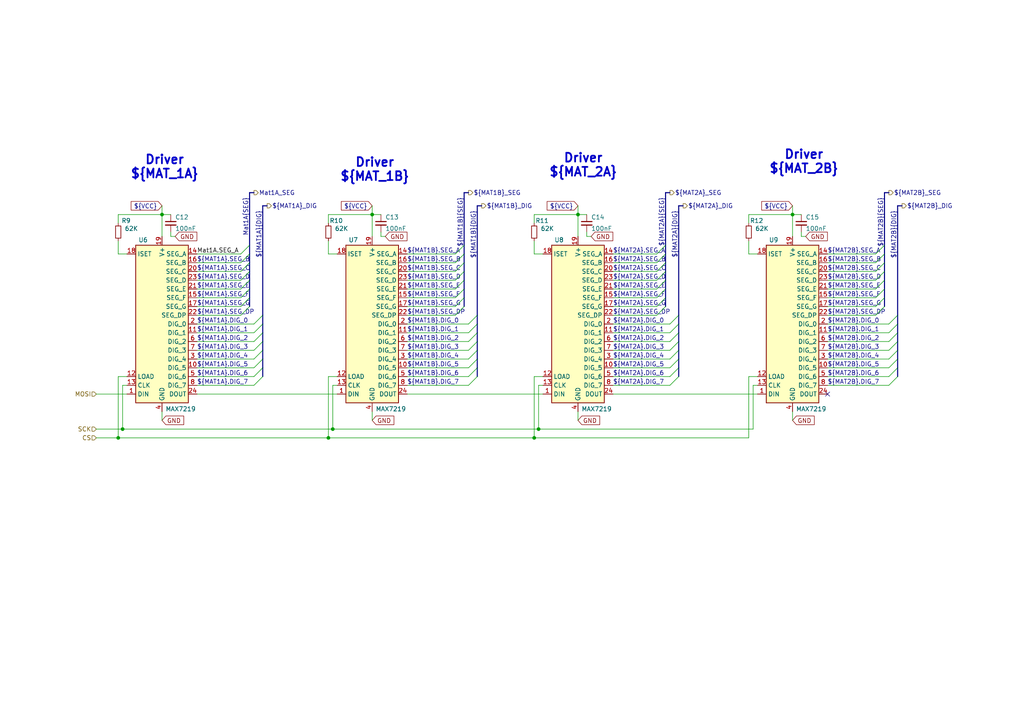
<source format=kicad_sch>
(kicad_sch (version 20250114) (generator "eeschema") (generator_version "9.0")
  (paper "A4")
  (title_block (title "Kitchen_Timer - ${SHEETNAME}") (date "2025-01-25") (rev "v01") (comment 2 "creativecommons.org/licences/4.0/") (comment 3 "Licence: CC BY 4.0") (comment 4 "Author: Nicolas Perozzi"))
  (lib_symbols
    (symbol "Device:C_Small" (pin_numbers (hide yes)) (pin_names (offset 0.254) (hide yes))
      (property "Reference" "C" (at 0.254 1.778 0))
      (property "Value" "C_Small" (at 0.254 -2.032 0))
      (symbol "C_Small_0_1"
        (polyline (pts (xy -1.524 0.508) (xy 1.524 0.508)) (stroke (width 0.3048)))
        (polyline (pts (xy -1.524 -0.508) (xy 1.524 -0.508)) (stroke (width 0.3302)))
      )
      (symbol "C_Small_1_1"
        (pin passive line (at 0 2.54 270) (length 2.032) (name "~") (number "1"))
        (pin passive line (at 0 -2.54 90) (length 2.032) (name "~") (number "2"))
      )
    )
    (symbol "Device:R_Small" (pin_numbers (hide yes)) (pin_names (offset 0.254) (hide yes))
      (property "Reference" "R" (at 0.762 0.508 0))
      (property "Value" "R_Small" (at 0.762 -1.016 0))
      (symbol "R_Small_0_1"
        (rectangle (start -0.762 1.778) (end 0.762 -1.778) (stroke (width 0.2032)))
      )
      (symbol "R_Small_1_1"
        (pin passive line (at 0 2.54 270) (length 0.762) (name "~") (number "1"))
        (pin passive line (at 0 -2.54 90) (length 0.762) (name "~") (number "2"))
      )
    )
    (symbol "Driver_LED:MAX7219"
      (property "Reference" "U" (at -6.35 24.13 0))
      (property "Value" "MAX7219" (at 1.27 25.4 0))
      (symbol "MAX7219_0_1"
        (rectangle (start -7.62 22.86) (end 7.62 -22.86) (stroke (width 0.254)) (fill (type background)))
      )
      (symbol "MAX7219_1_1"
        (pin input line (at -10.16 20.32 0) (length 2.54) (name "ISET") (number "18"))
        (pin input line (at -10.16 -15.24 0) (length 2.54) (name "LOAD") (number "12"))
        (pin input line (at -10.16 -17.78 0) (length 2.54) (name "CLK") (number "13"))
        (pin input line (at -10.16 -20.32 0) (length 2.54) (name "DIN") (number "1"))
        (pin power_in line (at 0 25.4 270) (length 2.54) (name "V+") (number "19"))
        (pin power_in line (at 0 -25.4 90) (length 2.54) (name "GND") (number "4"))
        (pin passive line (at 0 -25.4 90) (length 2.54) (hide yes) (name "GND") (number "9"))
        (pin output line (at 10.16 20.32 180) (length 2.54) (name "SEG_A") (number "14"))
        (pin output line (at 10.16 17.78 180) (length 2.54) (name "SEG_B") (number "16"))
        (pin output line (at 10.16 15.24 180) (length 2.54) (name "SEG_C") (number "20"))
        (pin output line (at 10.16 12.7 180) (length 2.54) (name "SEG_D") (number "23"))
        (pin output line (at 10.16 10.16 180) (length 2.54) (name "SEG_E") (number "21"))
        (pin output line (at 10.16 7.62 180) (length 2.54) (name "SEG_F") (number "15"))
        (pin output line (at 10.16 5.08 180) (length 2.54) (name "SEG_G") (number "17"))
        (pin output line (at 10.16 2.54 180) (length 2.54) (name "SEG_DP") (number "22"))
        (pin output line (at 10.16 0 180) (length 2.54) (name "DIG_0") (number "2"))
        (pin output line (at 10.16 -2.54 180) (length 2.54) (name "DIG_1") (number "11"))
        (pin output line (at 10.16 -5.08 180) (length 2.54) (name "DIG_2") (number "6"))
        (pin output line (at 10.16 -7.62 180) (length 2.54) (name "DIG_3") (number "7"))
        (pin output line (at 10.16 -10.16 180) (length 2.54) (name "DIG_4") (number "3"))
        (pin output line (at 10.16 -12.7 180) (length 2.54) (name "DIG_5") (number "10"))
        (pin output line (at 10.16 -15.24 180) (length 2.54) (name "DIG_6") (number "5"))
        (pin output line (at 10.16 -17.78 180) (length 2.54) (name "DIG_7") (number "8"))
        (pin output line (at 10.16 -20.32 180) (length 2.54) (name "DOUT") (number "24"))
      )
    )
  )
  (bus_alias "DIG" (members "DIG_0" "DIG_1" "DIG_2" "DIG_3" "DIG_4" "DIG_5" "DIG_6" "DIG_7"))
  (bus_alias "SEG" (members "SEG_DP" "SEG_A" "SEG_B" "SEG_C" "SEG_D" "SEG_E" "SEG_F" "SEG_G"))
  (text "Driver\n${MAT_2B}\n" (at 233.172 46.99 0) (effects (font (size 2.54 2.54) (thickness 0.508) (bold yes))))
  (text "Driver\n${MAT_1B}" (at 108.712 49.276 0) (effects (font (size 2.54 2.54) (thickness 0.508) (bold yes))))
  (text "${SHEETNAME}" (at 18.542 23.876 0) (effects (font (size 3.81 3.81) (thickness 0.762) (bold yes)) (justify left)))
  (text "Driver\n${MAT_1A}" (at 47.752 48.514 0) (effects (font (size 2.54 2.54) (thickness 0.508) (bold yes))))
  (text "Driver\n${MAT_2A}" (at 169.164 48.006 0) (effects (font (size 2.54 2.54) (thickness 0.508) (bold yes))))
  (junction (at 35.56 124.46))
  (junction (at 95.25 127))
  (junction (at 154.94 127))
  (junction (at 96.52 124.46))
  (junction (at 156.21 124.46))
  (junction (at 167.64 62.23))
  (junction (at 34.29 127))
  (junction (at 107.95 62.23))
  (junction (at 46.99 62.23))
  (junction (at 229.87 62.23))
  (no_connect (at 240.03 114.3))
  (bus_entry (at 76.2 99.06) (size -2.54 2.54))
  (bus_entry (at 196.85 106.68) (size -2.54 2.54))
  (bus_entry (at 76.2 106.68) (size -2.54 2.54))
  (bus_entry (at 76.2 104.14) (size -2.54 2.54))
  (bus_entry (at 72.39 78.74) (size -2.54 2.54))
  (bus_entry (at 134.62 83.82) (size -2.54 2.54))
  (bus_entry (at 72.39 83.82) (size -2.54 2.54))
  (bus_entry (at 72.39 73.66) (size -2.54 2.54))
  (bus_entry (at 72.39 76.2) (size -2.54 2.54))
  (bus_entry (at 134.62 78.74) (size -2.54 2.54))
  (bus_entry (at 76.2 93.98) (size -2.54 2.54))
  (bus_entry (at 256.54 88.9) (size -2.54 2.54))
  (bus_entry (at 260.35 93.98) (size -2.54 2.54))
  (bus_entry (at 72.39 88.9) (size -2.54 2.54))
  (bus_entry (at 196.85 109.22) (size -2.54 2.54))
  (bus_entry (at 256.54 73.66) (size -2.54 2.54))
  (bus_entry (at 256.54 86.36) (size -2.54 2.54))
  (bus_entry (at 260.35 96.52) (size -2.54 2.54))
  (bus_entry (at 260.35 91.44) (size -2.54 2.54))
  (bus_entry (at 138.43 96.52) (size -2.54 2.54))
  (bus_entry (at 193.04 76.2) (size -2.54 2.54))
  (bus_entry (at 134.62 71.12) (size -2.54 2.54))
  (bus_entry (at 138.43 91.44) (size -2.54 2.54))
  (bus_entry (at 138.43 93.98) (size -2.54 2.54))
  (bus_entry (at 193.04 88.9) (size -2.54 2.54))
  (bus_entry (at 193.04 78.74) (size -2.54 2.54))
  (bus_entry (at 260.35 104.14) (size -2.54 2.54))
  (bus_entry (at 193.04 81.28) (size -2.54 2.54))
  (bus_entry (at 256.54 83.82) (size -2.54 2.54))
  (bus_entry (at 138.43 106.68) (size -2.54 2.54))
  (bus_entry (at 256.54 81.28) (size -2.54 2.54))
  (bus_entry (at 256.54 71.12) (size -2.54 2.54))
  (bus_entry (at 134.62 76.2) (size -2.54 2.54))
  (bus_entry (at 138.43 104.14) (size -2.54 2.54))
  (bus_entry (at 134.62 88.9) (size -2.54 2.54))
  (bus_entry (at 260.35 99.06) (size -2.54 2.54))
  (bus_entry (at 134.62 81.28) (size -2.54 2.54))
  (bus_entry (at 134.62 86.36) (size -2.54 2.54))
  (bus_entry (at 138.43 101.6) (size -2.54 2.54))
  (bus_entry (at 138.43 109.22) (size -2.54 2.54))
  (bus_entry (at 193.04 86.36) (size -2.54 2.54))
  (bus_entry (at 260.35 106.68) (size -2.54 2.54))
  (bus_entry (at 134.62 73.66) (size -2.54 2.54))
  (bus_entry (at 193.04 71.12) (size -2.54 2.54))
  (bus_entry (at 196.85 93.98) (size -2.54 2.54))
  (bus_entry (at 72.39 86.36) (size -2.54 2.54))
  (bus_entry (at 76.2 109.22) (size -2.54 2.54))
  (bus_entry (at 193.04 73.66) (size -2.54 2.54))
  (bus_entry (at 256.54 78.74) (size -2.54 2.54))
  (bus_entry (at 196.85 96.52) (size -2.54 2.54))
  (bus_entry (at 196.85 101.6) (size -2.54 2.54))
  (bus_entry (at 76.2 101.6) (size -2.54 2.54))
  (bus_entry (at 260.35 101.6) (size -2.54 2.54))
  (bus_entry (at 196.85 99.06) (size -2.54 2.54))
  (bus_entry (at 260.35 109.22) (size -2.54 2.54))
  (bus_entry (at 76.2 91.44) (size -2.54 2.54))
  (bus_entry (at 196.85 91.44) (size -2.54 2.54))
  (bus_entry (at 193.04 83.82) (size -2.54 2.54))
  (bus_entry (at 72.39 81.28) (size -2.54 2.54))
  (bus_entry (at 196.85 104.14) (size -2.54 2.54))
  (bus_entry (at 76.2 96.52) (size -2.54 2.54))
  (bus_entry (at 72.39 71.12) (size -2.54 2.54))
  (bus_entry (at 138.43 99.06) (size -2.54 2.54))
  (bus_entry (at 256.54 76.2) (size -2.54 2.54))
  (wire (pts (xy 69.85 83.82) (xy 57.15 83.82)))
  (wire (pts (xy 190.5 83.82) (xy 177.8 83.82)))
  (bus (pts (xy 134.62 83.82) (xy 134.62 86.36)))
  (wire (pts (xy 232.41 68.58) (xy 233.68 68.58)))
  (wire (pts (xy 167.64 62.23) (xy 167.64 68.58)))
  (wire (pts (xy 217.17 62.23) (xy 229.87 62.23)))
  (wire (pts (xy 240.03 109.22) (xy 257.81 109.22)))
  (bus (pts (xy 193.04 86.36) (xy 193.04 88.9)))
  (wire (pts (xy 177.8 101.6) (xy 194.31 101.6)))
  (wire (pts (xy 156.21 111.76) (xy 156.21 124.46)))
  (bus (pts (xy 196.85 101.6) (xy 196.85 104.14)))
  (bus (pts (xy 260.35 104.14) (xy 260.35 106.68)))
  (wire (pts (xy 57.15 93.98) (xy 73.66 93.98)))
  (wire (pts (xy 57.15 91.44) (xy 69.85 91.44)))
  (wire (pts (xy 35.56 111.76) (xy 36.83 111.76)))
  (bus (pts (xy 256.54 76.2) (xy 256.54 78.74)))
  (wire (pts (xy 177.8 96.52) (xy 194.31 96.52)))
  (bus (pts (xy 134.62 78.74) (xy 134.62 81.28)))
  (bus (pts (xy 193.04 81.28) (xy 193.04 83.82)))
  (bus (pts (xy 196.85 91.44) (xy 196.85 93.98)))
  (bus (pts (xy 76.2 101.6) (xy 76.2 104.14)))
  (wire (pts (xy 69.85 76.2) (xy 57.15 76.2)))
  (wire (pts (xy 218.44 124.46) (xy 218.44 111.76)))
  (wire (pts (xy 95.25 127) (xy 95.25 109.22)))
  (wire (pts (xy 177.8 91.44) (xy 190.5 91.44)))
  (wire (pts (xy 254 73.66) (xy 240.03 73.66)))
  (bus (pts (xy 198.12 59.69) (xy 196.85 59.69)))
  (wire (pts (xy 217.17 127) (xy 217.17 109.22)))
  (wire (pts (xy 34.29 127) (xy 95.25 127)))
  (bus (pts (xy 138.43 91.44) (xy 138.43 93.98)))
  (wire (pts (xy 35.56 124.46) (xy 96.52 124.46)))
  (bus (pts (xy 261.62 59.69) (xy 260.35 59.69)))
  (wire (pts (xy 240.03 81.28) (xy 254 81.28)))
  (bus (pts (xy 76.2 93.98) (xy 76.2 96.52)))
  (bus (pts (xy 134.62 71.12) (xy 134.62 73.66)))
  (wire (pts (xy 177.8 93.98) (xy 194.31 93.98)))
  (wire (pts (xy 57.15 106.68) (xy 73.66 106.68)))
  (wire (pts (xy 240.03 88.9) (xy 254 88.9)))
  (wire (pts (xy 229.87 59.69) (xy 229.87 62.23)))
  (wire (pts (xy 240.03 104.14) (xy 257.81 104.14)))
  (wire (pts (xy 34.29 127) (xy 34.29 109.22)))
  (wire (pts (xy 107.95 62.23) (xy 107.95 68.58)))
  (wire (pts (xy 240.03 111.76) (xy 257.81 111.76)))
  (wire (pts (xy 96.52 111.76) (xy 97.79 111.76)))
  (wire (pts (xy 217.17 109.22) (xy 219.71 109.22)))
  (bus (pts (xy 76.2 59.69) (xy 76.2 91.44)))
  (bus (pts (xy 72.39 83.82) (xy 72.39 86.36)))
  (wire (pts (xy 57.15 96.52) (xy 73.66 96.52)))
  (wire (pts (xy 190.5 76.2) (xy 177.8 76.2)))
  (wire (pts (xy 27.94 127) (xy 34.29 127)))
  (wire (pts (xy 49.53 68.58) (xy 50.8 68.58)))
  (wire (pts (xy 118.11 96.52) (xy 135.89 96.52)))
  (bus (pts (xy 135.89 55.88) (xy 134.62 55.88)))
  (wire (pts (xy 254 76.2) (xy 240.03 76.2)))
  (wire (pts (xy 232.41 68.58) (xy 232.41 67.31)))
  (wire (pts (xy 107.95 59.69) (xy 107.95 62.23)))
  (wire (pts (xy 118.11 99.06) (xy 135.89 99.06)))
  (bus (pts (xy 72.39 55.88) (xy 72.39 71.12)))
  (wire (pts (xy 69.85 73.66) (xy 57.15 73.66)))
  (bus (pts (xy 77.47 59.69) (xy 76.2 59.69)))
  (wire (pts (xy 154.94 69.85) (xy 154.94 73.66)))
  (bus (pts (xy 138.43 104.14) (xy 138.43 106.68)))
  (wire (pts (xy 240.03 78.74) (xy 254 78.74)))
  (wire (pts (xy 177.8 99.06) (xy 194.31 99.06)))
  (wire (pts (xy 118.11 111.76) (xy 135.89 111.76)))
  (bus (pts (xy 139.7 59.69) (xy 138.43 59.69)))
  (bus (pts (xy 256.54 86.36) (xy 256.54 88.9)))
  (bus (pts (xy 193.04 73.66) (xy 193.04 76.2)))
  (bus (pts (xy 196.85 99.06) (xy 196.85 101.6)))
  (wire (pts (xy 57.15 78.74) (xy 69.85 78.74)))
  (wire (pts (xy 57.15 109.22) (xy 73.66 109.22)))
  (wire (pts (xy 57.15 101.6) (xy 73.66 101.6)))
  (wire (pts (xy 190.5 86.36) (xy 177.8 86.36)))
  (bus (pts (xy 256.54 55.88) (xy 256.54 71.12)))
  (wire (pts (xy 34.29 73.66) (xy 36.83 73.66)))
  (bus (pts (xy 193.04 83.82) (xy 193.04 86.36)))
  (bus (pts (xy 72.39 71.12) (xy 72.39 73.66)))
  (wire (pts (xy 57.15 114.3) (xy 97.79 114.3)))
  (bus (pts (xy 193.04 78.74) (xy 193.04 81.28)))
  (wire (pts (xy 57.15 104.14) (xy 73.66 104.14)))
  (bus (pts (xy 196.85 106.68) (xy 196.85 109.22)))
  (wire (pts (xy 190.5 73.66) (xy 177.8 73.66)))
  (wire (pts (xy 132.08 76.2) (xy 118.11 76.2)))
  (wire (pts (xy 154.94 62.23) (xy 167.64 62.23)))
  (bus (pts (xy 76.2 106.68) (xy 76.2 109.22)))
  (wire (pts (xy 118.11 78.74) (xy 132.08 78.74)))
  (wire (pts (xy 46.99 121.92) (xy 46.99 119.38)))
  (wire (pts (xy 229.87 119.38) (xy 229.87 121.92)))
  (wire (pts (xy 170.18 68.58) (xy 171.45 68.58)))
  (wire (pts (xy 118.11 106.68) (xy 135.89 106.68)))
  (wire (pts (xy 57.15 88.9) (xy 69.85 88.9)))
  (bus (pts (xy 260.35 91.44) (xy 260.35 93.98)))
  (wire (pts (xy 154.94 73.66) (xy 157.48 73.66)))
  (wire (pts (xy 240.03 96.52) (xy 257.81 96.52)))
  (wire (pts (xy 177.8 81.28) (xy 190.5 81.28)))
  (wire (pts (xy 34.29 62.23) (xy 46.99 62.23)))
  (bus (pts (xy 196.85 96.52) (xy 196.85 99.06)))
  (wire (pts (xy 177.8 78.74) (xy 190.5 78.74)))
  (wire (pts (xy 118.11 109.22) (xy 135.89 109.22)))
  (wire (pts (xy 34.29 62.23) (xy 34.29 64.77)))
  (wire (pts (xy 118.11 104.14) (xy 135.89 104.14)))
  (wire (pts (xy 154.94 109.22) (xy 154.94 127)))
  (bus (pts (xy 138.43 99.06) (xy 138.43 101.6)))
  (bus (pts (xy 134.62 86.36) (xy 134.62 88.9)))
  (wire (pts (xy 170.18 62.23) (xy 167.64 62.23)))
  (bus (pts (xy 260.35 59.69) (xy 260.35 91.44)))
  (bus (pts (xy 72.39 55.88) (xy 73.66 55.88)))
  (bus (pts (xy 138.43 93.98) (xy 138.43 96.52)))
  (bus (pts (xy 76.2 91.44) (xy 76.2 93.98)))
  (wire (pts (xy 34.29 69.85) (xy 34.29 73.66)))
  (wire (pts (xy 240.03 99.06) (xy 257.81 99.06)))
  (wire (pts (xy 34.29 109.22) (xy 36.83 109.22)))
  (bus (pts (xy 134.62 73.66) (xy 134.62 76.2)))
  (wire (pts (xy 229.87 62.23) (xy 229.87 68.58)))
  (bus (pts (xy 256.54 73.66) (xy 256.54 76.2)))
  (bus (pts (xy 76.2 99.06) (xy 76.2 101.6)))
  (wire (pts (xy 217.17 62.23) (xy 217.17 64.77)))
  (wire (pts (xy 118.11 91.44) (xy 132.08 91.44)))
  (wire (pts (xy 218.44 111.76) (xy 219.71 111.76)))
  (wire (pts (xy 49.53 62.23) (xy 46.99 62.23)))
  (wire (pts (xy 46.99 62.23) (xy 46.99 68.58)))
  (wire (pts (xy 118.11 88.9) (xy 132.08 88.9)))
  (bus (pts (xy 256.54 81.28) (xy 256.54 83.82)))
  (bus (pts (xy 193.04 71.12) (xy 193.04 73.66)))
  (wire (pts (xy 240.03 91.44) (xy 254 91.44)))
  (wire (pts (xy 27.94 124.46) (xy 35.56 124.46)))
  (bus (pts (xy 72.39 76.2) (xy 72.39 78.74)))
  (wire (pts (xy 240.03 93.98) (xy 257.81 93.98)))
  (wire (pts (xy 46.99 59.69) (xy 46.99 62.23)))
  (wire (pts (xy 107.95 119.38) (xy 107.95 121.92)))
  (wire (pts (xy 118.11 114.3) (xy 157.48 114.3)))
  (wire (pts (xy 27.94 114.3) (xy 36.83 114.3)))
  (bus (pts (xy 260.35 99.06) (xy 260.35 101.6)))
  (bus (pts (xy 256.54 83.82) (xy 256.54 86.36)))
  (wire (pts (xy 132.08 83.82) (xy 118.11 83.82)))
  (wire (pts (xy 254 83.82) (xy 240.03 83.82)))
  (wire (pts (xy 95.25 109.22) (xy 97.79 109.22)))
  (wire (pts (xy 95.25 73.66) (xy 97.79 73.66)))
  (bus (pts (xy 260.35 101.6) (xy 260.35 104.14)))
  (wire (pts (xy 110.49 68.58) (xy 110.49 67.31)))
  (wire (pts (xy 95.25 127) (xy 154.94 127)))
  (bus (pts (xy 256.54 71.12) (xy 256.54 73.66)))
  (wire (pts (xy 110.49 62.23) (xy 107.95 62.23)))
  (bus (pts (xy 72.39 73.66) (xy 72.39 76.2)))
  (bus (pts (xy 138.43 106.68) (xy 138.43 109.22)))
  (wire (pts (xy 95.25 69.85) (xy 95.25 73.66)))
  (wire (pts (xy 96.52 124.46) (xy 156.21 124.46)))
  (wire (pts (xy 177.8 109.22) (xy 194.31 109.22)))
  (wire (pts (xy 154.94 62.23) (xy 154.94 64.77)))
  (bus (pts (xy 260.35 106.68) (xy 260.35 109.22)))
  (bus (pts (xy 257.81 55.88) (xy 256.54 55.88)))
  (wire (pts (xy 69.85 86.36) (xy 57.15 86.36)))
  (wire (pts (xy 57.15 111.76) (xy 73.66 111.76)))
  (wire (pts (xy 154.94 127) (xy 217.17 127)))
  (bus (pts (xy 138.43 101.6) (xy 138.43 104.14)))
  (bus (pts (xy 134.62 76.2) (xy 134.62 78.74)))
  (wire (pts (xy 217.17 73.66) (xy 219.71 73.66)))
  (wire (pts (xy 177.8 111.76) (xy 194.31 111.76)))
  (bus (pts (xy 196.85 93.98) (xy 196.85 96.52)))
  (wire (pts (xy 95.25 62.23) (xy 107.95 62.23)))
  (wire (pts (xy 232.41 62.23) (xy 229.87 62.23)))
  (wire (pts (xy 177.8 106.68) (xy 194.31 106.68)))
  (wire (pts (xy 35.56 124.46) (xy 35.56 111.76)))
  (wire (pts (xy 156.21 124.46) (xy 218.44 124.46)))
  (bus (pts (xy 196.85 59.69) (xy 196.85 91.44)))
  (bus (pts (xy 194.31 55.88) (xy 193.04 55.88)))
  (bus (pts (xy 72.39 86.36) (xy 72.39 88.9)))
  (wire (pts (xy 132.08 86.36) (xy 118.11 86.36)))
  (bus (pts (xy 72.39 78.74) (xy 72.39 81.28)))
  (bus (pts (xy 193.04 76.2) (xy 193.04 78.74)))
  (wire (pts (xy 95.25 62.23) (xy 95.25 64.77)))
  (bus (pts (xy 134.62 55.88) (xy 134.62 71.12)))
  (bus (pts (xy 256.54 78.74) (xy 256.54 81.28)))
  (bus (pts (xy 72.39 81.28) (xy 72.39 83.82)))
  (bus (pts (xy 260.35 93.98) (xy 260.35 96.52)))
  (wire (pts (xy 177.8 88.9) (xy 190.5 88.9)))
  (bus (pts (xy 138.43 96.52) (xy 138.43 99.06)))
  (wire (pts (xy 154.94 109.22) (xy 157.48 109.22)))
  (wire (pts (xy 49.53 68.58) (xy 49.53 67.31)))
  (wire (pts (xy 170.18 68.58) (xy 170.18 67.31)))
  (wire (pts (xy 254 86.36) (xy 240.03 86.36)))
  (bus (pts (xy 76.2 104.14) (xy 76.2 106.68)))
  (wire (pts (xy 96.52 124.46) (xy 96.52 111.76)))
  (bus (pts (xy 260.35 96.52) (xy 260.35 99.06)))
  (wire (pts (xy 167.64 59.69) (xy 167.64 62.23)))
  (wire (pts (xy 240.03 106.68) (xy 257.81 106.68)))
  (wire (pts (xy 240.03 101.6) (xy 257.81 101.6)))
  (wire (pts (xy 217.17 69.85) (xy 217.17 73.66)))
  (bus (pts (xy 76.2 96.52) (xy 76.2 99.06)))
  (wire (pts (xy 118.11 81.28) (xy 132.08 81.28)))
  (wire (pts (xy 132.08 73.66) (xy 118.11 73.66)))
  (bus (pts (xy 138.43 59.69) (xy 138.43 91.44)))
  (wire (pts (xy 177.8 104.14) (xy 194.31 104.14)))
  (wire (pts (xy 156.21 111.76) (xy 157.48 111.76)))
  (bus (pts (xy 193.04 55.88) (xy 193.04 71.12)))
  (wire (pts (xy 118.11 93.98) (xy 135.89 93.98)))
  (wire (pts (xy 219.71 114.3) (xy 177.8 114.3)))
  (wire (pts (xy 118.11 101.6) (xy 135.89 101.6)))
  (wire (pts (xy 110.49 68.58) (xy 111.76 68.58)))
  (wire (pts (xy 167.64 119.38) (xy 167.64 121.92)))
  (wire (pts (xy 57.15 99.06) (xy 73.66 99.06)))
  (bus (pts (xy 196.85 104.14) (xy 196.85 106.68)))
  (bus (pts (xy 134.62 81.28) (xy 134.62 83.82)))
  (wire (pts (xy 57.15 81.28) (xy 69.85 81.28)))
  (label "${MAT1B}.DIG_7" (at 118.11 111.76 0))
  (label "${MAT2B}.DIG_7" (at 240.03 111.76 0))
  (label "${MAT1B}{SEG}" (at 134.62 57.15 270))
  (label "${MAT1B}.SEG_C" (at 118.11 78.74 0))
  (label "${MAT2B}.DIG_1" (at 240.03 96.52 0))
  (label "${MAT2A}.DIG_4" (at 177.8 104.14 0))
  (label "${MAT1B}.DIG_6" (at 118.11 109.22 0))
  (label "Mat1A{SEG}" (at 72.39 57.15 270))
  (label "${MAT1B}.DIG_1" (at 118.11 96.52 0))
  (label "${MAT2A}.SEG_E" (at 177.8 83.82 0))
  (label "${MAT2B}.DIG_3" (at 240.03 101.6 0))
  (label "${MAT1A}.DIG_1" (at 57.15 96.52 0))
  (label "${MAT2B}.SEG_G" (at 240.03 88.9 0))
  (label "${MAT1A}.DIG_0" (at 57.15 93.98 0))
  (label "${MAT1A}.DIG_2" (at 57.15 99.06 0))
  (label "${MAT2A}.DIG_6" (at 177.8 109.22 0))
  (label "${MAT2A}.DIG_3" (at 177.8 101.6 0))
  (label "${MAT2A}.DIG_2" (at 177.8 99.06 0))
  (label "${MAT2B}.DIG_5" (at 240.03 106.68 0))
  (label "${MAT2A}.DIG_5" (at 177.8 106.68 0))
  (label "${MAT2A}.SEG_F" (at 177.8 86.36 0))
  (label "${MAT2B}.SEG_F" (at 240.03 86.36 0))
  (label "${MAT1A}.DIG_7" (at 57.15 111.76 0))
  (label "${MAT2B}{DIG}" (at 260.35 60.96 270))
  (label "${MAT1B}.SEG_G" (at 118.11 88.9 0))
  (label "${MAT1A}.SEG_D" (at 57.15 81.28 0))
  (label "${MAT1A}.DIG_5" (at 57.15 106.68 0))
  (label "${MAT2A}.DIG_1" (at 177.8 96.52 0))
  (label "${MAT1A}.DIG_3" (at 57.15 101.6 0))
  (label "${MAT1B}.SEG_E" (at 118.11 83.82 0))
  (label "${MAT2B}.SEG_E" (at 240.03 83.82 0))
  (label "${MAT2A}.DIG_0" (at 177.8 93.98 0))
  (label "${MAT2B}.SEG_DP" (at 240.03 91.44 0))
  (label "${MAT1B}.DIG_4" (at 118.11 104.14 0))
  (label "${MAT2B}{SEG}" (at 256.54 57.15 270))
  (label "${MAT2A}.SEG_C" (at 177.8 78.74 0))
  (label "${MAT1B}.DIG_2" (at 118.11 99.06 0))
  (label "${MAT1A}.SEG_DP" (at 57.15 91.44 0))
  (label "${MAT1A}.SEG_F" (at 57.15 86.36 0))
  (label "${MAT2B}.DIG_6" (at 240.03 109.22 0))
  (label "${MAT2B}.SEG_A" (at 240.03 73.66 0))
  (label "${MAT2A}{SEG}" (at 193.04 57.15 270))
  (label "${MAT2A}.SEG_A" (at 177.8 73.66 0))
  (label "${MAT1A}{DIG}" (at 76.2 60.96 270))
  (label "${MAT2A}.SEG_D" (at 177.8 81.28 0))
  (label "${MAT1B}.SEG_DP" (at 118.11 91.44 0))
  (label "${MAT1B}.DIG_5" (at 118.11 106.68 0))
  (label "${MAT1B}{DIG}" (at 138.43 60.96 270))
  (label "${MAT2A}.SEG_B" (at 177.8 76.2 0))
  (label "${MAT2B}.DIG_2" (at 240.03 99.06 0))
  (label "${MAT2A}.SEG_G" (at 177.8 88.9 0))
  (label "${MAT1A}.DIG_6" (at 57.15 109.22 0))
  (label "${MAT1B}.SEG_D" (at 118.11 81.28 0))
  (label "${MAT2B}.DIG_4" (at 240.03 104.14 0))
  (label "${MAT1A}.SEG_C" (at 57.15 78.74 0))
  (label "${MAT2B}.SEG_C" (at 240.03 78.74 0))
  (label "Mat1A.SEG_A" (at 57.15 73.66 0))
  (label "${MAT2A}.SEG_DP" (at 177.8 91.44 0))
  (label "${MAT2B}.SEG_B" (at 240.03 76.2 0))
  (label "${MAT1B}.DIG_3" (at 118.11 101.6 0))
  (label "${MAT2A}.DIG_7" (at 177.8 111.76 0))
  (label "${MAT2A}{DIG}" (at 196.85 60.96 270))
  (label "${MAT1A}.SEG_B" (at 57.15 76.2 0))
  (label "${MAT1B}.SEG_F" (at 118.11 86.36 0))
  (label "${MAT1B}.SEG_A" (at 118.11 73.66 0))
  (label "${MAT1A}.SEG_G" (at 57.15 88.9 0))
  (label "${MAT1B}.DIG_0" (at 118.11 93.98 0))
  (label "${MAT1A}.SEG_E" (at 57.15 83.82 0))
  (label "${MAT2B}.DIG_0" (at 240.03 93.98 0))
  (label "${MAT1A}.DIG_4" (at 57.15 104.14 0))
  (label "${MAT2B}.SEG_D" (at 240.03 81.28 0))
  (label "${MAT1B}.SEG_B" (at 118.11 76.2 0))
  (global_label "${VCC}" (shape input) (at 229.87 59.69 180) (property "Intersheetrefs" "${INTERSHEET_REFS}" (effects (hide yes))))
  (global_label "${VCC}" (shape input) (at 107.95 59.69 180) (property "Intersheetrefs" "${INTERSHEET_REFS}" (effects (hide yes))))
  (global_label "GND" (shape input) (at 46.99 121.92 0) (property "Intersheetrefs" "${INTERSHEET_REFS}" (effects (hide yes))))
  (global_label "${VCC}" (shape input) (at 46.99 59.69 180) (property "Intersheetrefs" "${INTERSHEET_REFS}" (effects (hide yes))))
  (global_label "${VCC}" (shape input) (at 167.64 59.69 180) (property "Intersheetrefs" "${INTERSHEET_REFS}" (effects (hide yes))))
  (global_label "GND" (shape input) (at 171.45 68.58 0) (property "Intersheetrefs" "${INTERSHEET_REFS}" (effects (hide yes))))
  (global_label "GND" (shape input) (at 111.76 68.58 0) (property "Intersheetrefs" "${INTERSHEET_REFS}" (effects (hide yes))))
  (global_label "GND" (shape input) (at 229.87 121.92 0) (property "Intersheetrefs" "${INTERSHEET_REFS}" (effects (hide yes))))
  (global_label "GND" (shape input) (at 50.8 68.58 0) (property "Intersheetrefs" "${INTERSHEET_REFS}" (effects (hide yes))))
  (global_label "GND" (shape input) (at 167.64 121.92 0) (property "Intersheetrefs" "${INTERSHEET_REFS}" (effects (hide yes))))
  (global_label "GND" (shape input) (at 233.68 68.58 0) (property "Intersheetrefs" "${INTERSHEET_REFS}" (effects (hide yes))))
  (global_label "GND" (shape input) (at 107.95 121.92 0) (property "Intersheetrefs" "${INTERSHEET_REFS}" (effects (hide yes))))
  (hierarchical_label "${MAT1B}_DIG" (shape output) (at 139.7 59.69 0))
  (hierarchical_label "${MAT2A}_SEG" (shape output) (at 194.31 55.88 0))
  (hierarchical_label "${MAT2B}_DIG" (shape output) (at 261.62 59.69 0))
  (hierarchical_label "${MAT1A}_DIG" (shape output) (at 77.47 59.69 0))
  (hierarchical_label "${MAT1B}_SEG" (shape output) (at 135.89 55.88 0))
  (hierarchical_label "MOSI" (shape input) (at 27.94 114.3 180))
  (hierarchical_label "Mat1A_SEG" (shape output) (at 73.66 55.88 0))
  (hierarchical_label "SCK" (shape input) (at 27.94 124.46 180))
  (hierarchical_label "${MAT2B}_SEG" (shape output) (at 257.81 55.88 0))
  (hierarchical_label "CS" (shape input) (at 27.94 127 180))
  (hierarchical_label "${MAT2A}_DIG" (shape output) (at 198.12 59.69 0))
  (symbol (lib_id "Driver_LED:MAX7219") (at 107.95 93.98 0) (unit 1)
    (property "Reference" "U7" (at 101.092 69.596 0) (effects (justify left)))
    (property "Value" "MAX7219" (at 108.966 118.618 0) (effects (justify left)))
    (property "Footprint" "Package_SO:SOIC-24W_7.5x15.4mm_P1.27mm" (effects (hide yes)))
    (property "Datasheet" "https://www.lcsc.com/datasheet/lcsc_datasheet_1809191941_Analog-Devices-Inc--Maxim-Integrated-MAX7219CWG-T_C9964.pdf" (effects (hide yes)))
    (property "Description" "8-Digit LED Display Driver" (effects (hide yes)))
    (property "Package" "SOIC-24-300mil" (effects (hide yes)))
    (property "Supplier Link" "https://jlcpcb.com/partdetail/10499-MAX7219CWGT/C9964" (effects (hide yes)))
    (property "Supplier Name" "JLCPCB" (effects (hide yes)))
    (property "Manuf. Part #" "MAX7219CWG+T" (effects (hide yes)))
    (property "Supplier Unit Price" " $3.0975" (effects (hide yes)))
    (property "Manuf. Name" "Analog Devices Inc./Maxim Integrated" (effects (hide yes)))
    (property "Supplier Part #" "C9964" (effects (hide yes)))
  )
  (symbol (lib_id "Device:R_Small") (at 154.94 67.31 0) (unit 1)
    (property "Reference" "R11" (at 157.226 64.008 0))
    (property "Value" "62K" (at 158.75 66.294 0))
    (property "Footprint" "Resistor_SMD:R_0805_2012Metric_Pad1.20x1.40mm_HandSolder" (effects (hide yes)))
    (property "Datasheet" "https://jlcpcb.com/api/file/downloadByFileSystemAccessId/8579706640544813056" (effects (hide yes)))
    (property "Description" "62k, 0805" (effects (hide yes)))
    (property "Package" "0805" (effects (hide yes)))
    (property "Supplier Link" "https://jlcpcb.com/partdetail/18471-0805W8F6202T5E/C17783" (effects (hide yes)))
    (property "Supplier Name" "JLCPCB" (effects (hide yes)))
    (property "Manuf. Part #" "0805W8F6202T5E" (effects (hide yes)))
    (property "Supplier Unit Price" " $0.0019" (effects (hide yes)))
    (property "Manuf. Name" "UNI-ROYAL(Uniroyal Elec)" (effects (hide yes)))
    (property "Supplier Part #" "C17783" (effects (hide yes)))
  )
  (symbol (lib_id "Device:R_Small") (at 95.25 67.31 0) (unit 1)
    (property "Reference" "R10" (at 97.536 64.008 0))
    (property "Value" "62K" (at 99.06 66.294 0))
    (property "Footprint" "Resistor_SMD:R_0805_2012Metric_Pad1.20x1.40mm_HandSolder" (effects (hide yes)))
    (property "Datasheet" "https://jlcpcb.com/api/file/downloadByFileSystemAccessId/8579706640544813056" (effects (hide yes)))
    (property "Description" "62k, 0805" (effects (hide yes)))
    (property "Package" "0805" (effects (hide yes)))
    (property "Supplier Link" "https://jlcpcb.com/partdetail/18471-0805W8F6202T5E/C17783" (effects (hide yes)))
    (property "Supplier Name" "JLCPCB" (effects (hide yes)))
    (property "Manuf. Part #" "0805W8F6202T5E" (effects (hide yes)))
    (property "Supplier Unit Price" " $0.0019" (effects (hide yes)))
    (property "Manuf. Name" "UNI-ROYAL(Uniroyal Elec)" (effects (hide yes)))
    (property "Supplier Part #" "C17783" (effects (hide yes)))
  )
  (symbol (lib_id "Driver_LED:MAX7219") (at 229.87 93.98 0) (unit 1)
    (property "Reference" "U9" (at 223.012 69.596 0) (effects (justify left)))
    (property "Value" "MAX7219" (at 230.886 118.618 0) (effects (justify left)))
    (property "Footprint" "Package_SO:SOIC-24W_7.5x15.4mm_P1.27mm" (effects (hide yes)))
    (property "Datasheet" "https://www.lcsc.com/datasheet/lcsc_datasheet_1809191941_Analog-Devices-Inc--Maxim-Integrated-MAX7219CWG-T_C9964.pdf" (effects (hide yes)))
    (property "Description" "8-Digit LED Display Driver" (effects (hide yes)))
    (property "Package" "SOIC-24-300mil" (effects (hide yes)))
    (property "Supplier Link" "https://jlcpcb.com/partdetail/10499-MAX7219CWGT/C9964" (effects (hide yes)))
    (property "Supplier Name" "JLCPCB" (effects (hide yes)))
    (property "Manuf. Part #" "MAX7219CWG+T" (effects (hide yes)))
    (property "Supplier Unit Price" " $3.0975" (effects (hide yes)))
    (property "Manuf. Name" "Analog Devices Inc./Maxim Integrated" (effects (hide yes)))
    (property "Supplier Part #" "C9964" (effects (hide yes)))
  )
  (symbol (lib_id "Device:R_Small") (at 34.29 67.31 0) (unit 1)
    (property "Reference" "R9" (at 36.576 64.008 0))
    (property "Value" "62K" (at 38.1 66.294 0))
    (property "Footprint" "Resistor_SMD:R_0805_2012Metric_Pad1.20x1.40mm_HandSolder" (effects (hide yes)))
    (property "Datasheet" "https://jlcpcb.com/api/file/downloadByFileSystemAccessId/8579706640544813056" (effects (hide yes)))
    (property "Description" "62k, 0805" (effects (hide yes)))
    (property "Supplier Link" "https://jlcpcb.com/partdetail/18471-0805W8F6202T5E/C17783" (effects (hide yes)))
    (property "Package" "0805" (effects (hide yes)))
    (property "Supplier Name" "JLCPCB" (effects (hide yes)))
    (property "Manuf. Part #" "0805W8F6202T5E" (effects (hide yes)))
    (property "Supplier Unit Price" " $0.0019" (effects (hide yes)))
    (property "Manuf. Name" "UNI-ROYAL(Uniroyal Elec)" (effects (hide yes)))
    (property "Supplier Part #" "C17783" (effects (hide yes)))
  )
  (symbol (lib_id "Driver_LED:MAX7219") (at 46.99 93.98 0) (unit 1)
    (property "Reference" "U6" (at 40.132 69.596 0) (effects (justify left)))
    (property "Value" "MAX7219" (at 48.006 118.618 0) (effects (justify left)))
    (property "Footprint" "Package_SO:SOIC-24W_7.5x15.4mm_P1.27mm" (effects (hide yes)))
    (property "Datasheet" "https://www.lcsc.com/datasheet/lcsc_datasheet_1809191941_Analog-Devices-Inc--Maxim-Integrated-MAX7219CWG-T_C9964.pdf" (effects (hide yes)))
    (property "Description" "8-Digit LED Display Driver" (effects (hide yes)))
    (property "Supplier Link" "https://jlcpcb.com/partdetail/10499-MAX7219CWGT/C9964" (effects (hide yes)))
    (property "Package" "SOIC-24-300mil" (effects (hide yes)))
    (property "Supplier Name" "JLCPCB" (effects (hide yes)))
    (property "Manuf. Part #" "MAX7219CWG+T" (effects (hide yes)))
    (property "Supplier Unit Price" " $3.0975" (effects (hide yes)))
    (property "Manuf. Name" "Analog Devices Inc./Maxim Integrated" (effects (hide yes)))
    (property "Supplier Part #" "C9964" (effects (hide yes)))
  )
  (symbol (lib_id "Device:C_Small") (at 232.41 64.77 0) (unit 1)
    (property "Reference" "C15" (at 233.68 62.992 0) (effects (justify left)))
    (property "Value" "100nF" (at 233.68 66.294 0) (effects (justify left)))
    (property "Footprint" "Capacitor_SMD:C_0805_2012Metric_Pad1.18x1.45mm_HandSolder" (effects (hide yes)))
    (property "Datasheet" "https://wmsc.lcsc.com/wmsc/upload/file/pdf/v2/lcsc/2304140030_Murata-Electronics-GRM21BR71H104KA01L_C77082.pdf" (effects (hide yes)))
    (property "Description" "100nF Unpolarized capacitor" (effects (hide yes)))
    (property "Package" "0805" (effects (hide yes)))
    (property "Supplier Link" "https://jlcpcb.com/partdetail/MurataElectronics-GRM21BR71H104KA01L/C77082 " (effects (hide yes)))
    (property "Supplier Name" "JLCPCB" (effects (hide yes)))
    (property "Manuf. Part #" "GRM21BR71H104KA01L" (effects (hide yes)))
    (property "Supplier Unit Price" " $0.0099" (effects (hide yes)))
    (property "Manuf. Name" " Murata Electronics" (effects (hide yes)))
    (property "Supplier Part #" "C77082" (effects (hide yes)))
  )
  (symbol (lib_id "Driver_LED:MAX7219") (at 167.64 93.98 0) (unit 1)
    (property "Reference" "U8" (at 160.782 69.596 0) (effects (justify left)))
    (property "Value" "MAX7219" (at 168.656 118.618 0) (effects (justify left)))
    (property "Footprint" "Package_SO:SOIC-24W_7.5x15.4mm_P1.27mm" (effects (hide yes)))
    (property "Datasheet" "https://www.lcsc.com/datasheet/lcsc_datasheet_1809191941_Analog-Devices-Inc--Maxim-Integrated-MAX7219CWG-T_C9964.pdf" (effects (hide yes)))
    (property "Description" "8-Digit LED Display Driver" (effects (hide yes)))
    (property "Package" "SOIC-24-300mil" (effects (hide yes)))
    (property "Supplier Link" "https://jlcpcb.com/partdetail/10499-MAX7219CWGT/C9964" (effects (hide yes)))
    (property "Supplier Name" "JLCPCB" (effects (hide yes)))
    (property "Manuf. Part #" "MAX7219CWG+T" (effects (hide yes)))
    (property "Supplier Unit Price" " $3.0975" (effects (hide yes)))
    (property "Manuf. Name" "Analog Devices Inc./Maxim Integrated" (effects (hide yes)))
    (property "Supplier Part #" "C9964" (effects (hide yes)))
  )
  (symbol (lib_id "Device:C_Small") (at 170.18 64.77 0) (unit 1)
    (property "Reference" "C14" (at 171.45 62.992 0) (effects (justify left)))
    (property "Value" "100nF" (at 171.45 66.294 0) (effects (justify left)))
    (property "Footprint" "Capacitor_SMD:C_0805_2012Metric_Pad1.18x1.45mm_HandSolder" (effects (hide yes)))
    (property "Datasheet" "https://wmsc.lcsc.com/wmsc/upload/file/pdf/v2/lcsc/2304140030_Murata-Electronics-GRM21BR71H104KA01L_C77082.pdf" (effects (hide yes)))
    (property "Description" "100nF Unpolarized capacitor" (effects (hide yes)))
    (property "Package" "0805" (effects (hide yes)))
    (property "Supplier Link" "https://jlcpcb.com/partdetail/MurataElectronics-GRM21BR71H104KA01L/C77082 " (effects (hide yes)))
    (property "Supplier Name" "JLCPCB" (effects (hide yes)))
    (property "Manuf. Part #" "GRM21BR71H104KA01L" (effects (hide yes)))
    (property "Supplier Unit Price" " $0.0099" (effects (hide yes)))
    (property "Manuf. Name" " Murata Electronics" (effects (hide yes)))
    (property "Supplier Part #" "C77082" (effects (hide yes)))
  )
  (symbol (lib_id "Device:C_Small") (at 110.49 64.77 0) (unit 1)
    (property "Reference" "C13" (at 111.76 62.992 0) (effects (justify left)))
    (property "Value" "100nF" (at 111.76 66.294 0) (effects (justify left)))
    (property "Footprint" "Capacitor_SMD:C_0805_2012Metric_Pad1.18x1.45mm_HandSolder" (effects (hide yes)))
    (property "Datasheet" "https://wmsc.lcsc.com/wmsc/upload/file/pdf/v2/lcsc/2304140030_Murata-Electronics-GRM21BR71H104KA01L_C77082.pdf" (effects (hide yes)))
    (property "Description" "100nF Unpolarized capacitor" (effects (hide yes)))
    (property "Package" "0805" (effects (hide yes)))
    (property "Supplier Link" "https://jlcpcb.com/partdetail/MurataElectronics-GRM21BR71H104KA01L/C77082 " (effects (hide yes)))
    (property "Supplier Name" "JLCPCB" (effects (hide yes)))
    (property "Manuf. Part #" "GRM21BR71H104KA01L" (effects (hide yes)))
    (property "Supplier Unit Price" " $0.0099" (effects (hide yes)))
    (property "Manuf. Name" " Murata Electronics" (effects (hide yes)))
    (property "Supplier Part #" "C77082" (effects (hide yes)))
  )
  (symbol (lib_id "Device:C_Small") (at 49.53 64.77 0) (unit 1)
    (property "Reference" "C12" (at 50.8 62.992 0) (effects (justify left)))
    (property "Value" "100nF" (at 50.8 66.294 0) (effects (justify left)))
    (property "Footprint" "Capacitor_SMD:C_0805_2012Metric_Pad1.18x1.45mm_HandSolder" (effects (hide yes)))
    (property "Datasheet" "https://wmsc.lcsc.com/wmsc/upload/file/pdf/v2/lcsc/2304140030_Murata-Electronics-GRM21BR71H104KA01L_C77082.pdf" (effects (hide yes)))
    (property "Description" "100nF Unpolarized capacitor" (effects (hide yes)))
    (property "Package" "0805" (effects (hide yes)))
    (property "Supplier Link" "https://jlcpcb.com/partdetail/MurataElectronics-GRM21BR71H104KA01L/C77082 " (effects (hide yes)))
    (property "Supplier Name" "JLCPCB" (effects (hide yes)))
    (property "Manuf. Part #" "GRM21BR71H104KA01L" (effects (hide yes)))
    (property "Supplier Unit Price" " $0.0099" (effects (hide yes)))
    (property "Manuf. Name" " Murata Electronics" (effects (hide yes)))
    (property "Supplier Part #" "C77082" (effects (hide yes)))
  )
  (symbol (lib_id "Device:R_Small") (at 217.17 67.31 0) (unit 1)
    (property "Reference" "R12" (at 219.456 64.008 0))
    (property "Value" "62K" (at 220.98 66.294 0))
    (property "Footprint" "Resistor_SMD:R_0805_2012Metric_Pad1.20x1.40mm_HandSolder" (effects (hide yes)))
    (property "Datasheet" "https://jlcpcb.com/api/file/downloadByFileSystemAccessId/8579706640544813056" (effects (hide yes)))
    (property "Description" "62k, 0805" (effects (hide yes)))
    (property "Package" "0805" (effects (hide yes)))
    (property "Supplier Link" "https://jlcpcb.com/partdetail/18471-0805W8F6202T5E/C17783" (effects (hide yes)))
    (property "Supplier Name" "JLCPCB" (effects (hide yes)))
    (property "Manuf. Part #" "0805W8F6202T5E" (effects (hide yes)))
    (property "Supplier Unit Price" " $0.0019" (effects (hide yes)))
    (property "Manuf. Name" "UNI-ROYAL(Uniroyal Elec)" (effects (hide yes)))
    (property "Supplier Part #" "C17783" (effects (hide yes)))
  )
)
</source>
